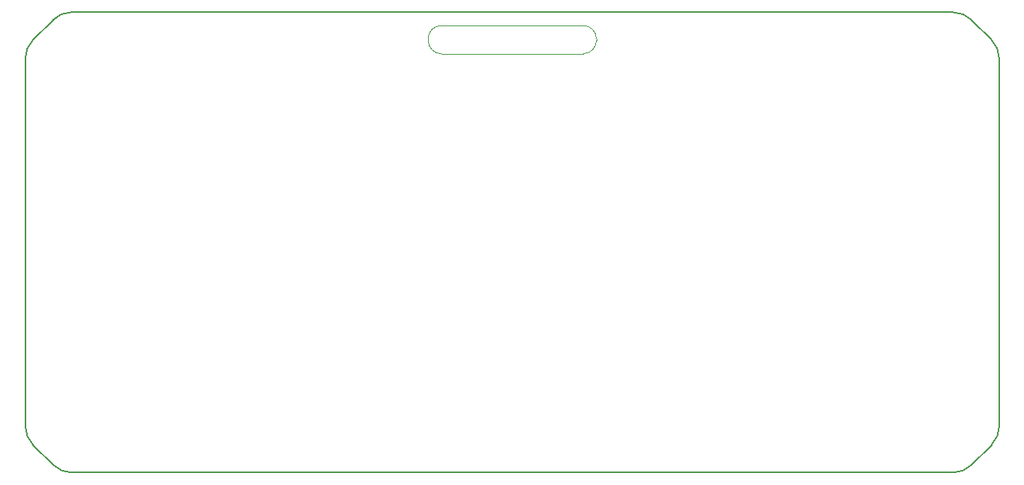
<source format=gbr>
%TF.GenerationSoftware,KiCad,Pcbnew,9.0.1*%
%TF.CreationDate,2025-10-31T20:13:03-04:00*%
%TF.ProjectId,arcus,61726375-732e-46b6-9963-61645f706362,2025-10-31*%
%TF.SameCoordinates,Original*%
%TF.FileFunction,Profile,NP*%
%FSLAX46Y46*%
G04 Gerber Fmt 4.6, Leading zero omitted, Abs format (unit mm)*
G04 Created by KiCad (PCBNEW 9.0.1) date 2025-10-31 20:13:03*
%MOMM*%
%LPD*%
G01*
G04 APERTURE LIST*
%TA.AperFunction,Profile*%
%ADD10C,0.200000*%
%TD*%
%TA.AperFunction,Profile*%
%ADD11C,0.100000*%
%TD*%
G04 APERTURE END LIST*
D10*
X90000000Y-58242641D02*
G75*
G02*
X90878700Y-56121342I2999800J41D01*
G01*
D11*
X135500000Y-56000000D02*
G75*
G02*
X137000000Y-54500000I1500000J0D01*
G01*
D10*
X194757359Y-53000000D02*
X95242641Y-53000000D01*
D11*
X153000000Y-54500000D02*
G75*
G02*
X154500000Y-56000000I0J-1500000D01*
G01*
D10*
X196878680Y-53878680D02*
X199121321Y-56121321D01*
X95242641Y-105000000D02*
G75*
G02*
X93121300Y-104121340I-41J3000000D01*
G01*
D11*
X154500000Y-56000000D02*
X154500000Y-56200000D01*
D10*
X194757359Y-53000000D02*
G75*
G02*
X196878700Y-53878660I41J-3000000D01*
G01*
X194757359Y-105000000D02*
X95242641Y-105000000D01*
X196878679Y-104121321D02*
G75*
G02*
X194757359Y-104999983I-2121379J2121521D01*
G01*
X90878679Y-101878679D02*
G75*
G02*
X90000029Y-99757359I2121321J2121279D01*
G01*
X199121321Y-56121321D02*
G75*
G02*
X199999983Y-58242641I-2121521J-2121379D01*
G01*
X200000000Y-58242641D02*
X200000000Y-99757359D01*
X200000000Y-99757359D02*
G75*
G02*
X199121340Y-101878700I-3000000J-41D01*
G01*
D11*
X154500000Y-56200000D02*
G75*
G02*
X153000000Y-57700000I-1500000J0D01*
G01*
D10*
X93121320Y-53878680D02*
X90878679Y-56121321D01*
X199121320Y-101878680D02*
X196878679Y-104121321D01*
D11*
X135500000Y-56200000D02*
X135500000Y-56000000D01*
X153000000Y-57700000D02*
X137000000Y-57700000D01*
D10*
X93121320Y-104121320D02*
X90878679Y-101878679D01*
X90000000Y-58242641D02*
X90000000Y-99757359D01*
D11*
X137000000Y-54500000D02*
X153000000Y-54500000D01*
X137000000Y-57700000D02*
G75*
G02*
X135500000Y-56200000I0J1500000D01*
G01*
D10*
X93121320Y-53878680D02*
G75*
G02*
X95242641Y-53000017I2121380J-2121520D01*
G01*
M02*

</source>
